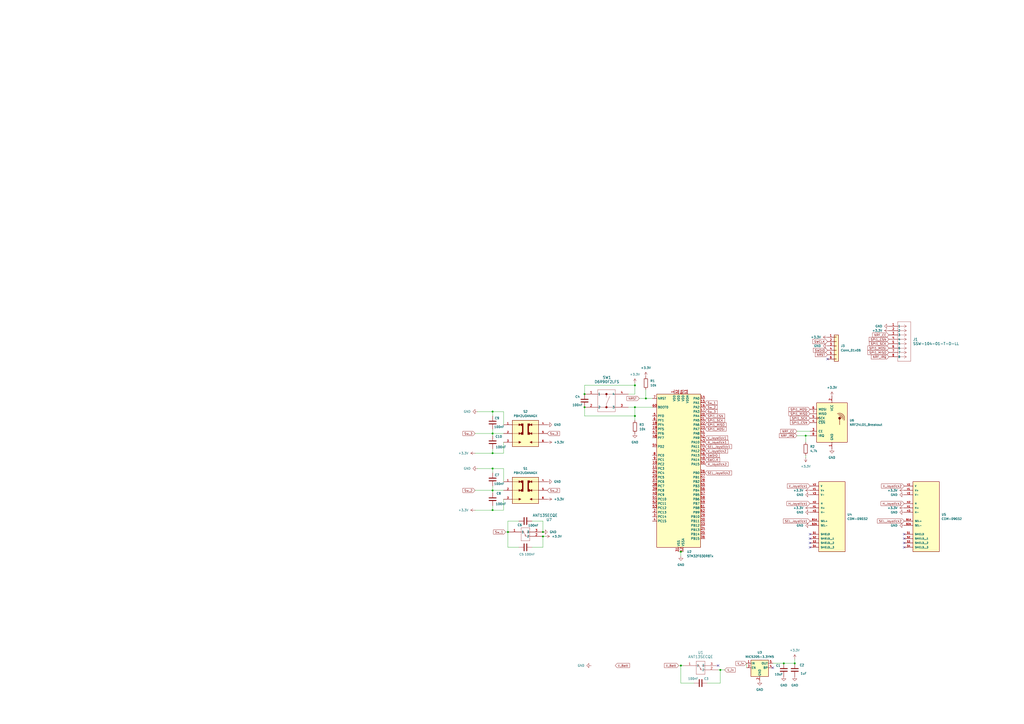
<source format=kicad_sch>
(kicad_sch (version 20231120) (generator "eeschema") (generator_version "8.0")
  (paper "A2")
  (lib_symbols
    (symbol "ANT13SECQE:ANT13SECQE" (pin_names (offset 0.254))
      (property "Reference" "U" (at 10.16 7.62 0))
      (property "Value" "ANT13SECQE" (at 10.16 5.08 0))
      (symbol "ANT13SECQE_0_1"
        (polyline (pts (xy 7.62 -5.08) (xy 12.7 -5.08)) (stroke (width 0.127)))
        (polyline (pts (xy 7.62 0) (xy 8.5725 0)) (stroke (width 0.127)))
        (polyline (pts (xy 7.62 2.54) (xy 7.62 -5.08)) (stroke (width 0.127)))
        (polyline (pts (xy 10.16 -2.54) (xy 10.16 -2.2098)) (stroke (width 0.127)))
        (polyline (pts (xy 10.16 -2.54) (xy 12.7 -2.54)) (stroke (width 0.127)))
        (polyline (pts (xy 10.16 -1.905) (xy 8.89 0.635)) (stroke (width 0.127)))
        (polyline (pts (xy 11.7475 0) (xy 12.7 0)) (stroke (width 0.127)))
        (polyline (pts (xy 12.7 -5.08) (xy 12.7 2.54)) (stroke (width 0.127)))
        (polyline (pts (xy 12.7 2.54) (xy 7.62 2.54)) (stroke (width 0.127)))
        (circle (center 8.89 0) (radius 0.3048) (stroke (width 0.127)))
        (circle (center 10.16 -1.905) (radius 0.3048) (stroke (width 0.127)))
        (circle (center 11.43 0) (radius 0.3048) (stroke (width 0.127)))
        (pin unspecified line (at 0 0 0) (length 7.62) (name "1") (number "1"))
        (pin unspecified line (at 20.32 -2.54 180) (length 7.62) (name "2") (number "2"))
        (pin unspecified line (at 20.32 0 180) (length 7.62) (name "3") (number "3"))
      )
    )
    (symbol "COM-09032:COM-09032" (pin_names (offset 1.016))
      (property "Reference" "U" (at -7.62 16.002 0))
      (property "Value" "COM-09032" (at -7.62 -27.94 0))
      (symbol "COM-09032_0_0"
        (rectangle (start -7.62 -25.4) (end 7.62 15.24) (stroke (width 0.254)) (fill (type background)))
        (pin passive line (at -12.7 -7.62 0) (length 5.08) (name "SEL+") (number "B1A"))
        (pin passive line (at -12.7 -10.16 0) (length 5.08) (name "SEL-") (number "B2A"))
        (pin passive line (at -12.7 0 0) (length 5.08) (name "H+") (number "H1"))
        (pin passive line (at -12.7 2.54 0) (length 5.08) (name "H") (number "H2"))
        (pin passive line (at -12.7 -2.54 0) (length 5.08) (name "H-") (number "H3"))
        (pin passive line (at -12.7 -15.24 0) (length 5.08) (name "SHIELD") (number "S1"))
        (pin passive line (at -12.7 -17.78 0) (length 5.08) (name "SHIELD__1") (number "S2"))
        (pin passive line (at -12.7 -20.32 0) (length 5.08) (name "SHIELD__2") (number "S3"))
        (pin passive line (at -12.7 -22.86 0) (length 5.08) (name "SHIELD__3") (number "S4"))
        (pin passive line (at -12.7 10.16 0) (length 5.08) (name "V+") (number "V1"))
        (pin passive line (at -12.7 12.7 0) (length 5.08) (name "V") (number "V2"))
        (pin passive line (at -12.7 7.62 0) (length 5.08) (name "V-") (number "V3"))
      )
    )
    (symbol "Connector_Generic:Conn_01x06" (pin_names (offset 1.016) hide)
      (property "Reference" "J" (at 0 7.62 0))
      (property "Value" "Conn_01x06" (at 0 -10.16 0))
      (symbol "Conn_01x06_1_1"
        (rectangle (start -1.27 -7.493) (end 0 -7.747) (stroke (width 0.1524)))
        (rectangle (start -1.27 -4.953) (end 0 -5.207) (stroke (width 0.1524)))
        (rectangle (start -1.27 -2.413) (end 0 -2.667) (stroke (width 0.1524)))
        (rectangle (start -1.27 0.127) (end 0 -0.127) (stroke (width 0.1524)))
        (rectangle (start -1.27 2.667) (end 0 2.413) (stroke (width 0.1524)))
        (rectangle (start -1.27 5.207) (end 0 4.953) (stroke (width 0.1524)))
        (rectangle (start -1.27 6.35) (end 1.27 -8.89) (stroke (width 0.254)) (fill (type background)))
        (pin passive line (at -5.08 5.08 0) (length 3.81) (name "Pin_1") (number "1"))
        (pin passive line (at -5.08 2.54 0) (length 3.81) (name "Pin_2") (number "2"))
        (pin passive line (at -5.08 0 0) (length 3.81) (name "Pin_3") (number "3"))
        (pin passive line (at -5.08 -2.54 0) (length 3.81) (name "Pin_4") (number "4"))
        (pin passive line (at -5.08 -5.08 0) (length 3.81) (name "Pin_5") (number "5"))
        (pin passive line (at -5.08 -7.62 0) (length 3.81) (name "Pin_6") (number "6"))
      )
    )
    (symbol "D6R90 F2 LFS:D6R90F2LFS" (pin_names (offset 0.254))
      (property "Reference" "SW" (at 13.335 7.62 0))
      (property "Value" "D6R90F2LFS" (at 20.32 5.08 0))
      (symbol "D6R90F2LFS_0_1"
        (polyline (pts (xy 7.62 -10.16) (xy 17.78 -10.16)) (stroke (width 0.127)))
        (polyline (pts (xy 7.62 -7.62) (xy 17.78 -7.62)) (stroke (width 0.127)))
        (polyline (pts (xy 7.62 0) (xy 17.78 0)) (stroke (width 0.127)))
        (polyline (pts (xy 7.62 2.54) (xy 7.62 -10.16)) (stroke (width 0.127)))
        (polyline (pts (xy 12.7 -7.62) (xy 12.7 -5.715)) (stroke (width 0.127)))
        (polyline (pts (xy 12.7 -5.715) (xy 14.605 -1.27)) (stroke (width 0.127)))
        (polyline (pts (xy 12.7 0) (xy 12.7 -1.905)) (stroke (width 0.127)))
        (polyline (pts (xy 17.78 -10.16) (xy 17.78 2.54)) (stroke (width 0.127)))
        (polyline (pts (xy 17.78 2.54) (xy 7.62 2.54)) (stroke (width 0.127)))
        (circle (center 12.7 -7.62) (radius 0.127) (stroke (width 0.508)))
        (circle (center 12.7 0) (radius 0.127) (stroke (width 0.508)))
        (pin unspecified line (at 0 0 0) (length 7.62) (name "1") (number "1"))
        (pin unspecified line (at 0 -7.62 0) (length 7.62) (name "2") (number "2"))
        (pin unspecified line (at 25.4 -7.62 180) (length 7.62) (name "3") (number "3"))
        (pin unspecified line (at 25.4 0 180) (length 7.62) (name "4") (number "4"))
      )
    )
    (symbol "Device:C" (pin_numbers hide) (pin_names (offset 0.254))
      (property "Reference" "C" (at 0.635 2.54 0))
      (property "Value" "C" (at 0.635 -2.54 0))
      (symbol "C_0_1"
        (polyline (pts (xy -2.032 -0.762) (xy 2.032 -0.762)) (stroke (width 0.508)))
        (polyline (pts (xy -2.032 0.762) (xy 2.032 0.762)) (stroke (width 0.508)))
      )
      (symbol "C_1_1"
        (pin passive line (at 0 3.81 270) (length 2.794) (name "~") (number "1"))
        (pin passive line (at 0 -3.81 90) (length 2.794) (name "~") (number "2"))
      )
    )
    (symbol "Device:R" (pin_numbers hide) (pin_names (offset 0))
      (property "Reference" "R" (at 2.032 0 90))
      (property "Value" "R" (at 0 0 90))
      (symbol "R_0_1"
        (rectangle (start -1.016 -2.54) (end 1.016 2.54) (stroke (width 0.254)))
      )
      (symbol "R_1_1"
        (pin passive line (at 0 3.81 270) (length 1.27) (name "~") (number "1"))
        (pin passive line (at 0 -3.81 90) (length 1.27) (name "~") (number "2"))
      )
    )
    (symbol "MCU_ST_STM32F0:STM32F030R8Tx"
      (property "Reference" "U" (at -12.7 46.99 0))
      (property "Value" "STM32F030R8Tx" (at 7.62 46.99 0))
      (symbol "STM32F030R8Tx_0_1"
        (rectangle (start -12.7 -43.18) (end 12.7 45.72) (stroke (width 0.254)) (fill (type background)))
      )
      (symbol "STM32F030R8Tx_1_1"
        (pin power_in line (at -2.54 48.26 270) (length 2.54) (name "VDD") (number "1"))
        (pin bidirectional line (at -15.24 5.08 0) (length 2.54) (name "PC2") (number "10"))
        (pin bidirectional line (at -15.24 2.54 0) (length 2.54) (name "PC3") (number "11"))
        (pin power_in line (at 2.54 -45.72 90) (length 2.54) (name "VSSA") (number "12"))
        (pin power_in line (at 5.08 48.26 270) (length 2.54) (name "VDDA") (number "13"))
        (pin bidirectional line (at 15.24 43.18 180) (length 2.54) (name "PA0") (number "14"))
        (pin bidirectional line (at 15.24 40.64 180) (length 2.54) (name "PA1") (number "15"))
        (pin bidirectional line (at 15.24 38.1 180) (length 2.54) (name "PA2") (number "16"))
        (pin bidirectional line (at 15.24 35.56 180) (length 2.54) (name "PA3") (number "17"))
        (pin bidirectional line (at -15.24 27.94 0) (length 2.54) (name "PF4") (number "18"))
        (pin bidirectional line (at -15.24 25.4 0) (length 2.54) (name "PF5") (number "19"))
        (pin bidirectional line (at -15.24 -22.86 0) (length 2.54) (name "PC13") (number "2"))
        (pin bidirectional line (at 15.24 33.02 180) (length 2.54) (name "PA4") (number "20"))
        (pin bidirectional line (at 15.24 30.48 180) (length 2.54) (name "PA5") (number "21"))
        (pin bidirectional line (at 15.24 27.94 180) (length 2.54) (name "PA6") (number "22"))
        (pin bidirectional line (at 15.24 25.4 180) (length 2.54) (name "PA7") (number "23"))
        (pin bidirectional line (at -15.24 0 0) (length 2.54) (name "PC4") (number "24"))
        (pin bidirectional line (at -15.24 -2.54 0) (length 2.54) (name "PC5") (number "25"))
        (pin bidirectional line (at 15.24 0 180) (length 2.54) (name "PB0") (number "26"))
        (pin bidirectional line (at 15.24 -2.54 180) (length 2.54) (name "PB1") (number "27"))
        (pin bidirectional line (at 15.24 -5.08 180) (length 2.54) (name "PB2") (number "28"))
        (pin bidirectional line (at 15.24 -25.4 180) (length 2.54) (name "PB10") (number "29"))
        (pin bidirectional line (at -15.24 -25.4 0) (length 2.54) (name "PC14") (number "3"))
        (pin bidirectional line (at 15.24 -27.94 180) (length 2.54) (name "PB11") (number "30"))
        (pin power_in line (at 0 -45.72 90) (length 2.54) (name "VSS") (number "31"))
        (pin power_in line (at 0 48.26 270) (length 2.54) (name "VDD") (number "32"))
        (pin bidirectional line (at 15.24 -30.48 180) (length 2.54) (name "PB12") (number "33"))
        (pin bidirectional line (at 15.24 -33.02 180) (length 2.54) (name "PB13") (number "34"))
        (pin bidirectional line (at 15.24 -35.56 180) (length 2.54) (name "PB14") (number "35"))
        (pin bidirectional line (at 15.24 -38.1 180) (length 2.54) (name "PB15") (number "36"))
        (pin bidirectional line (at -15.24 -5.08 0) (length 2.54) (name "PC6") (number "37"))
        (pin bidirectional line (at -15.24 -7.62 0) (length 2.54) (name "PC7") (number "38"))
        (pin bidirectional line (at -15.24 -10.16 0) (length 2.54) (name "PC8") (number "39"))
        (pin bidirectional line (at -15.24 -27.94 0) (length 2.54) (name "PC15") (number "4"))
        (pin bidirectional line (at -15.24 -12.7 0) (length 2.54) (name "PC9") (number "40"))
        (pin bidirectional line (at 15.24 22.86 180) (length 2.54) (name "PA8") (number "41"))
        (pin bidirectional line (at 15.24 20.32 180) (length 2.54) (name "PA9") (number "42"))
        (pin bidirectional line (at 15.24 17.78 180) (length 2.54) (name "PA10") (number "43"))
        (pin bidirectional line (at 15.24 15.24 180) (length 2.54) (name "PA11") (number "44"))
        (pin bidirectional line (at 15.24 12.7 180) (length 2.54) (name "PA12") (number "45"))
        (pin bidirectional line (at 15.24 10.16 180) (length 2.54) (name "PA13") (number "46"))
        (pin bidirectional line (at -15.24 22.86 0) (length 2.54) (name "PF6") (number "47"))
        (pin bidirectional line (at -15.24 20.32 0) (length 2.54) (name "PF7") (number "48"))
        (pin bidirectional line (at 15.24 7.62 180) (length 2.54) (name "PA14") (number "49"))
        (pin bidirectional line (at -15.24 33.02 0) (length 2.54) (name "PF0") (number "5"))
        (pin bidirectional line (at 15.24 5.08 180) (length 2.54) (name "PA15") (number "50"))
        (pin bidirectional line (at -15.24 -15.24 0) (length 2.54) (name "PC10") (number "51"))
        (pin bidirectional line (at -15.24 -17.78 0) (length 2.54) (name "PC11") (number "52"))
        (pin bidirectional line (at -15.24 -20.32 0) (length 2.54) (name "PC12") (number "53"))
        (pin bidirectional line (at -15.24 15.24 0) (length 2.54) (name "PD2") (number "54"))
        (pin bidirectional line (at 15.24 -7.62 180) (length 2.54) (name "PB3") (number "55"))
        (pin bidirectional line (at 15.24 -10.16 180) (length 2.54) (name "PB4") (number "56"))
        (pin bidirectional line (at 15.24 -12.7 180) (length 2.54) (name "PB5") (number "57"))
        (pin bidirectional line (at 15.24 -15.24 180) (length 2.54) (name "PB6") (number "58"))
        (pin bidirectional line (at 15.24 -17.78 180) (length 2.54) (name "PB7") (number "59"))
        (pin bidirectional line (at -15.24 30.48 0) (length 2.54) (name "PF1") (number "6"))
        (pin input line (at -15.24 38.1 0) (length 2.54) (name "BOOT0") (number "60"))
        (pin bidirectional line (at 15.24 -20.32 180) (length 2.54) (name "PB8") (number "61"))
        (pin bidirectional line (at 15.24 -22.86 180) (length 2.54) (name "PB9") (number "62"))
        (pin passive line (at 0 -45.72 90) (length 2.54) hide (name "VSS") (number "63"))
        (pin power_in line (at 2.54 48.26 270) (length 2.54) (name "VDD") (number "64"))
        (pin input line (at -15.24 43.18 0) (length 2.54) (name "NRST") (number "7"))
        (pin bidirectional line (at -15.24 10.16 0) (length 2.54) (name "PC0") (number "8"))
        (pin bidirectional line (at -15.24 7.62 0) (length 2.54) (name "PC1") (number "9"))
      )
    )
    (symbol "PBH2UOANAGX:PBH2UOANAGX" (pin_names (offset 1.016))
      (property "Reference" "S" (at -7.62 8.89 0))
      (property "Value" "PBH2UOANAGX" (at -7.62 -8.89 0))
      (symbol "PBH2UOANAGX_0_0"
        (rectangle (start -7.62 -7.62) (end 7.62 7.62) (stroke (width 0.254)) (fill (type background)))
        (polyline (pts (xy -7.62 -5.08) (xy -3.81 -5.08)) (stroke (width 0.1524)))
        (polyline (pts (xy -7.62 0) (xy -3.81 0)) (stroke (width 0.1524)))
        (polyline (pts (xy -7.62 5.08) (xy -3.81 5.08)) (stroke (width 0.1524)))
        (polyline (pts (xy 7.62 -5.08) (xy 3.81 -5.08)) (stroke (width 0.1524)))
        (polyline (pts (xy 7.62 0) (xy 3.81 0)) (stroke (width 0.1524)))
        (polyline (pts (xy 7.62 5.08) (xy 3.81 5.08)) (stroke (width 0.1524)))
        (polyline (pts (xy -3.81 -4.445) (xy -3.81 -5.715) (xy -2.54 -5.08) (xy -3.81 -4.445)) (stroke (width 0.1524)) (fill (type outline)))
        (polyline (pts (xy -3.81 0.635) (xy -3.81 -0.635) (xy -2.54 0) (xy -3.81 0.635)) (stroke (width 0.1524)) (fill (type outline)))
        (polyline (pts (xy -3.81 5.715) (xy -3.81 4.445) (xy -2.54 5.08) (xy -3.81 5.715)) (stroke (width 0.1524)) (fill (type outline)))
        (polyline (pts (xy 3.81 -5.715) (xy 3.81 -4.445) (xy 2.54 -5.08) (xy 3.81 -5.715)) (stroke (width 0.1524)) (fill (type outline)))
        (polyline (pts (xy 3.81 -0.635) (xy 3.81 0.635) (xy 2.54 0) (xy 3.81 -0.635)) (stroke (width 0.1524)) (fill (type outline)))
        (polyline (pts (xy 3.81 4.445) (xy 3.81 5.715) (xy 2.54 5.08) (xy 3.81 4.445)) (stroke (width 0.1524)) (fill (type outline)))
        (polyline (pts (xy -2.54 4.445) (xy -2.54 5.715) (xy -1.27 5.715) (xy -1.27 -0.635) (xy -2.54 -0.635) (xy -2.54 0.635) (xy -1.905 0.635) (xy -1.905 4.445) (xy -2.54 4.445)) (stroke (width 0.1524)) (fill (type outline)))
        (polyline (pts (xy 2.54 0.635) (xy 2.54 -0.635) (xy 1.27 -0.635) (xy 1.27 5.715) (xy 2.54 5.715) (xy 2.54 4.445) (xy 1.905 4.445) (xy 1.905 0.635) (xy 2.54 0.635)) (stroke (width 0.1524)) (fill (type outline)))
        (pin passive line (at -12.7 5.08 0) (length 5.08) (name "~") (number "1"))
        (pin passive line (at -12.7 0 0) (length 5.08) (name "~") (number "2"))
        (pin passive line (at -12.7 -5.08 0) (length 5.08) (name "~") (number "3"))
        (pin passive line (at 12.7 5.08 180) (length 5.08) (name "~") (number "4"))
        (pin passive line (at 12.7 0 180) (length 5.08) (name "~") (number "5"))
        (pin passive line (at 12.7 -5.08 180) (length 5.08) (name "~") (number "6"))
      )
    )
    (symbol "RF:NRF24L01_Breakout" (pin_names (offset 1.016))
      (property "Reference" "U" (at -8.89 12.7 0))
      (property "Value" "NRF24L01_Breakout" (at 3.81 12.7 0))
      (symbol "NRF24L01_Breakout_0_1"
        (rectangle (start -8.89 11.43) (end 8.89 -11.43) (stroke (width 0.254)) (fill (type background)))
        (polyline (pts (xy 4.445 1.905) (xy 4.445 -1.27)) (stroke (width 0.254)))
        (circle (center 4.445 2.54) (radius 0.635) (stroke (width 0.254)) (fill (type outline)))
        (arc (start 5.715 2.54) (mid 5.3521 3.4546) (end 4.445 3.81) (stroke (width 0.254)))
        (arc (start 6.35 1.905) (mid 5.8763 3.9854) (end 3.81 4.445) (stroke (width 0.254)))
        (arc (start 6.985 1.27) (mid 6.453 4.548) (end 3.175 5.08) (stroke (width 0.254)))
      )
      (symbol "NRF24L01_Breakout_1_1"
        (pin power_in line (at 0 -15.24 90) (length 3.81) (name "GND") (number "1"))
        (pin power_in line (at 0 15.24 270) (length 3.81) (name "VCC") (number "2"))
        (pin input line (at -12.7 -5.08 0) (length 3.81) (name "CE") (number "3"))
        (pin input line (at -12.7 0 0) (length 3.81) (name "~{CSN}") (number "4"))
        (pin input clock (at -12.7 2.54 0) (length 3.81) (name "SCK") (number "5"))
        (pin input line (at -12.7 7.62 0) (length 3.81) (name "MOSI") (number "6"))
        (pin output line (at -12.7 5.08 0) (length 3.81) (name "MISO") (number "7"))
        (pin output line (at -12.7 -7.62 0) (length 3.81) (name "IRQ") (number "8"))
      )
    )
    (symbol "Regulator_Linear:MIC5205-3.3YM5" (pin_names (offset 0.254))
      (property "Reference" "U" (at -3.81 5.715 0))
      (property "Value" "MIC5205-3.3YM5" (at 0 5.715 0))
      (symbol "MIC5205-3.3YM5_0_1"
        (rectangle (start -5.08 4.445) (end 5.08 -5.08) (stroke (width 0.254)) (fill (type background)))
      )
      (symbol "MIC5205-3.3YM5_1_1"
        (pin power_in line (at -7.62 2.54 0) (length 2.54) (name "IN") (number "1"))
        (pin power_in line (at 0 -7.62 90) (length 2.54) (name "GND") (number "2"))
        (pin input line (at -7.62 0 0) (length 2.54) (name "EN") (number "3"))
        (pin input line (at 7.62 0 180) (length 2.54) (name "BP") (number "4"))
        (pin power_out line (at 7.62 2.54 180) (length 2.54) (name "OUT") (number "5"))
      )
    )
    (symbol "SSW_104_01_T_D_LL:SSW-104-01-T-D-LL" (pin_names (offset 0.254))
      (property "Reference" "J" (at 8.89 6.35 0))
      (property "Value" "SSW-104-01-T-D-LL" (at 0 0 0))
      (symbol "SSW-104-01-T-D-LL_1_1"
        (polyline (pts (xy 5.08 -20.32) (xy 12.7 -20.32)) (stroke (width 0.127)))
        (polyline (pts (xy 5.08 2.54) (xy 5.08 -20.32)) (stroke (width 0.127)))
        (polyline (pts (xy 10.16 -17.78) (xy 5.08 -17.78)) (stroke (width 0.127)))
        (polyline (pts (xy 10.16 -17.78) (xy 8.89 -18.6267)) (stroke (width 0.127)))
        (polyline (pts (xy 10.16 -17.78) (xy 8.89 -16.9333)) (stroke (width 0.127)))
        (polyline (pts (xy 10.16 -15.24) (xy 5.08 -15.24)) (stroke (width 0.127)))
        (polyline (pts (xy 10.16 -15.24) (xy 8.89 -16.0867)) (stroke (width 0.127)))
        (polyline (pts (xy 10.16 -15.24) (xy 8.89 -14.3933)) (stroke (width 0.127)))
        (polyline (pts (xy 10.16 -12.7) (xy 5.08 -12.7)) (stroke (width 0.127)))
        (polyline (pts (xy 10.16 -12.7) (xy 8.89 -13.5467)) (stroke (width 0.127)))
        (polyline (pts (xy 10.16 -12.7) (xy 8.89 -11.8533)) (stroke (width 0.127)))
        (polyline (pts (xy 10.16 -10.16) (xy 5.08 -10.16)) (stroke (width 0.127)))
        (polyline (pts (xy 10.16 -10.16) (xy 8.89 -11.0067)) (stroke (width 0.127)))
        (polyline (pts (xy 10.16 -10.16) (xy 8.89 -9.3133)) (stroke (width 0.127)))
        (polyline (pts (xy 10.16 -7.62) (xy 5.08 -7.62)) (stroke (width 0.127)))
        (polyline (pts (xy 10.16 -7.62) (xy 8.89 -8.4667)) (stroke (width 0.127)))
        (polyline (pts (xy 10.16 -7.62) (xy 8.89 -6.7733)) (stroke (width 0.127)))
        (polyline (pts (xy 10.16 -5.08) (xy 5.08 -5.08)) (stroke (width 0.127)))
        (polyline (pts (xy 10.16 -5.08) (xy 8.89 -5.9267)) (stroke (width 0.127)))
        (polyline (pts (xy 10.16 -5.08) (xy 8.89 -4.2333)) (stroke (width 0.127)))
        (polyline (pts (xy 10.16 -2.54) (xy 5.08 -2.54)) (stroke (width 0.127)))
        (polyline (pts (xy 10.16 -2.54) (xy 8.89 -3.3867)) (stroke (width 0.127)))
        (polyline (pts (xy 10.16 -2.54) (xy 8.89 -1.6933)) (stroke (width 0.127)))
        (polyline (pts (xy 10.16 0) (xy 5.08 0)) (stroke (width 0.127)))
        (polyline (pts (xy 10.16 0) (xy 8.89 -0.8467)) (stroke (width 0.127)))
        (polyline (pts (xy 10.16 0) (xy 8.89 0.8467)) (stroke (width 0.127)))
        (polyline (pts (xy 12.7 -20.32) (xy 12.7 2.54)) (stroke (width 0.127)))
        (polyline (pts (xy 12.7 2.54) (xy 5.08 2.54)) (stroke (width 0.127)))
        (pin unspecified line (at 0 0 0) (length 5.08) (name "1") (number "1"))
        (pin unspecified line (at 0 -2.54 0) (length 5.08) (name "2") (number "2"))
        (pin unspecified line (at 0 -5.08 0) (length 5.08) (name "3") (number "3"))
        (pin unspecified line (at 0 -7.62 0) (length 5.08) (name "4") (number "4"))
        (pin unspecified line (at 0 -10.16 0) (length 5.08) (name "5") (number "5"))
        (pin unspecified line (at 0 -12.7 0) (length 5.08) (name "6") (number "6"))
        (pin unspecified line (at 0 -15.24 0) (length 5.08) (name "7") (number "7"))
        (pin unspecified line (at 0 -17.78 0) (length 5.08) (name "8") (number "8"))
      )
      (symbol "SSW-104-01-T-D-LL_1_2"
        (polyline (pts (xy 5.08 -20.32) (xy 12.7 -20.32)) (stroke (width 0.127)))
        (polyline (pts (xy 5.08 2.54) (xy 5.08 -20.32)) (stroke (width 0.127)))
        (polyline (pts (xy 7.62 -17.78) (xy 5.08 -17.78)) (stroke (width 0.127)))
        (polyline (pts (xy 7.62 -17.78) (xy 8.89 -18.6267)) (stroke (width 0.127)))
        (polyline (pts (xy 7.62 -17.78) (xy 8.89 -16.9333)) (stroke (width 0.127)))
        (polyline (pts (xy 7.62 -15.24) (xy 5.08 -15.24)) (stroke (width 0.127)))
        (polyline (pts (xy 7.62 -15.24) (xy 8.89 -16.0867)) (stroke (width 0.127)))
        (polyline (pts (xy 7.62 -15.24) (xy 8.89 -14.3933)) (stroke (width 0.127)))
        (polyline (pts (xy 7.62 -12.7) (xy 5.08 -12.7)) (stroke (width 0.127)))
        (polyline (pts (xy 7.62 -12.7) (xy 8.89 -13.5467)) (stroke (width 0.127)))
        (polyline (pts (xy 7.62 -12.7) (xy 8.89 -11.8533)) (stroke (width 0.127)))
        (polyline (pts (xy 7.62 -10.16) (xy 5.08 -10.16)) (stroke (width 0.127)))
        (polyline (pts (xy 7.62 -10.16) (xy 8.89 -11.0067)) (stroke (width 0.127)))
        (polyline (pts (xy 7.62 -10.16) (xy 8.89 -9.3133)) (stroke (width 0.127)))
        (polyline (pts (xy 7.62 -7.62) (xy 5.08 -7.62)) (stroke (width 0.127)))
        (polyline (pts (xy 7.62 -7.62) (xy 8.89 -8.4667)) (stroke (width 0.127)))
        (polyline (pts (xy 7.62 -7.62) (xy 8.89 -6.7733)) (stroke (width 0.127)))
        (polyline (pts (xy 7.62 -5.08) (xy 5.08 -5.08)) (stroke (width 0.127)))
        (polyline (pts (xy 7.62 -5.08) (xy 8.89 -5.9267)) (stroke (width 0.127)))
        (polyline (pts (xy 7.62 -5.08) (xy 8.89 -4.2333)) (stroke (width 0.127)))
        (polyline (pts (xy 7.62 -2.54) (xy 5.08 -2.54)) (stroke (width 0.127)))
        (polyline (pts (xy 7.62 -2.54) (xy 8.89 -3.3867)) (stroke (width 0.127)))
        (polyline (pts (xy 7.62 -2.54) (xy 8.89 -1.6933)) (stroke (width 0.127)))
        (polyline (pts (xy 7.62 0) (xy 5.08 0)) (stroke (width 0.127)))
        (polyline (pts (xy 7.62 0) (xy 8.89 -0.8467)) (stroke (width 0.127)))
        (polyline (pts (xy 7.62 0) (xy 8.89 0.8467)) (stroke (width 0.127)))
        (polyline (pts (xy 12.7 -20.32) (xy 12.7 2.54)) (stroke (width 0.127)))
        (polyline (pts (xy 12.7 2.54) (xy 5.08 2.54)) (stroke (width 0.127)))
        (pin unspecified line (at 0 0 0) (length 5.08) (name "1") (number "1"))
        (pin unspecified line (at 0 -2.54 0) (length 5.08) (name "2") (number "2"))
        (pin unspecified line (at 0 -5.08 0) (length 5.08) (name "3") (number "3"))
        (pin unspecified line (at 0 -7.62 0) (length 5.08) (name "4") (number "4"))
        (pin unspecified line (at 0 -10.16 0) (length 5.08) (name "5") (number "5"))
        (pin unspecified line (at 0 -12.7 0) (length 5.08) (name "6") (number "6"))
        (pin unspecified line (at 0 -15.24 0) (length 5.08) (name "7") (number "7"))
        (pin unspecified line (at 0 -17.78 0) (length 5.08) (name "8") (number "8"))
      )
    )
    (symbol "power:+3.3V" (power) (pin_numbers hide) (pin_names (offset 0) hide)
      (property "Value" "+3.3V" (at 0 3.556 0))
      (symbol "+3.3V_0_1"
        (polyline (pts (xy -0.762 1.27) (xy 0 2.54)))
        (polyline (pts (xy 0 0) (xy 0 2.54)))
        (polyline (pts (xy 0 2.54) (xy 0.762 1.27)))
      )
      (symbol "+3.3V_1_1"
        (pin power_in line (at 0 0 90) (length 0) (name "~") (number "1"))
      )
    )
    (symbol "power:GND" (power) (pin_numbers hide) (pin_names (offset 0) hide)
      (property "Value" "GND" (at 0 -3.81 0))
      (symbol "GND_0_1"
        (polyline (pts (xy 0 0) (xy 0 -1.27) (xy 1.27 -1.27) (xy 0 -2.54) (xy -1.27 -1.27) (xy 0 -1.27)))
      )
      (symbol "GND_1_1"
        (pin power_in line (at 0 0 270) (length 0) (name "~") (number "1"))
      )
    )
  )
  (junction (at 285.75 238.76))
  (junction (at 368.3 236.22))
  (junction (at 285.75 251.46))
  (junction (at 454.66 384.81))
  (junction (at 417.83 388.62))
  (junction (at 461.01 384.81))
  (junction (at 339.09 236.22))
  (junction (at 368.3 241.3))
  (junction (at 294.64 308.61))
  (junction (at 394.97 320.04))
  (junction (at 314.96 308.61))
  (junction (at 314.96 311.15))
  (junction (at 285.75 284.48))
  (junction (at 394.97 386.08))
  (junction (at 339.09 228.6))
  (junction (at 285.75 262.89))
  (junction (at 285.75 295.91))
  (junction (at 368.3 223.52))
  (junction (at 467.36 252.73))
  (junction (at 285.75 271.78))
  (junction (at 374.65 231.14))
  (no_connect (at 480.06 208.28))
  (no_connect (at 469.9 314.96))
  (no_connect (at 469.9 309.88))
  (no_connect (at 416.56 386.08))
  (no_connect (at 524.51 309.88))
  (no_connect (at 524.51 314.96))
  (no_connect (at 448.31 387.35))
  (no_connect (at 469.9 317.5))
  (no_connect (at 469.9 312.42))
  (no_connect (at 524.51 312.42))
  (no_connect (at 524.51 317.5))
  (wire (pts (xy 461.01 382.27) (xy 461.01 384.81)))
  (wire (pts (xy 285.75 271.78) (xy 292.1 271.78)))
  (wire (pts (xy 314.96 311.15) (xy 316.23 311.15)))
  (wire (pts (xy 368.3 223.52) (xy 368.3 228.6)))
  (wire (pts (xy 394.97 320.04) (xy 394.97 322.58)))
  (wire (pts (xy 308.61 302.26) (xy 314.96 302.26)))
  (wire (pts (xy 462.28 250.19) (xy 469.9 250.19)))
  (wire (pts (xy 285.75 295.91) (xy 292.1 295.91)))
  (wire (pts (xy 292.1 271.78) (xy 292.1 279.4)))
  (wire (pts (xy 417.83 396.24) (xy 417.83 388.62)))
  (wire (pts (xy 339.09 228.6) (xy 339.09 223.52)))
  (wire (pts (xy 467.36 252.73) (xy 467.36 256.54)))
  (wire (pts (xy 275.59 251.46) (xy 285.75 251.46)))
  (wire (pts (xy 314.96 302.26) (xy 314.96 308.61)))
  (wire (pts (xy 314.96 317.5) (xy 314.96 311.15)))
  (wire (pts (xy 294.64 302.26) (xy 294.64 308.61)))
  (wire (pts (xy 420.37 388.62) (xy 417.83 388.62)))
  (wire (pts (xy 285.75 293.37) (xy 285.75 295.91)))
  (wire (pts (xy 402.59 396.24) (xy 394.97 396.24)))
  (wire (pts (xy 339.09 241.3) (xy 368.3 241.3)))
  (wire (pts (xy 300.99 302.26) (xy 294.64 302.26)))
  (wire (pts (xy 368.3 236.22) (xy 368.3 241.3)))
  (wire (pts (xy 276.86 238.76) (xy 285.75 238.76)))
  (wire (pts (xy 378.46 231.14) (xy 374.65 231.14)))
  (wire (pts (xy 394.97 386.08) (xy 396.24 386.08)))
  (wire (pts (xy 308.61 317.5) (xy 314.96 317.5)))
  (wire (pts (xy 393.7 320.04) (xy 394.97 320.04)))
  (wire (pts (xy 285.75 284.48) (xy 292.1 284.48)))
  (wire (pts (xy 433.07 384.81) (xy 433.07 387.35)))
  (wire (pts (xy 275.59 295.91) (xy 285.75 295.91)))
  (wire (pts (xy 368.3 222.25) (xy 368.3 223.52)))
  (wire (pts (xy 292.1 262.89) (xy 292.1 256.54)))
  (wire (pts (xy 410.21 396.24) (xy 417.83 396.24)))
  (wire (pts (xy 394.97 396.24) (xy 394.97 386.08)))
  (wire (pts (xy 393.7 386.08) (xy 394.97 386.08)))
  (wire (pts (xy 462.28 252.73) (xy 467.36 252.73)))
  (wire (pts (xy 285.75 260.35) (xy 285.75 262.89)))
  (wire (pts (xy 275.59 284.48) (xy 285.75 284.48)))
  (wire (pts (xy 454.66 384.81) (xy 461.01 384.81)))
  (wire (pts (xy 448.31 384.81) (xy 454.66 384.81)))
  (wire (pts (xy 285.75 284.48) (xy 285.75 285.75)))
  (wire (pts (xy 339.09 223.52) (xy 368.3 223.52)))
  (wire (pts (xy 339.09 236.22) (xy 339.09 241.3)))
  (wire (pts (xy 300.99 317.5) (xy 294.64 317.5)))
  (wire (pts (xy 285.75 251.46) (xy 292.1 251.46)))
  (wire (pts (xy 285.75 281.94) (xy 285.75 284.48)))
  (wire (pts (xy 294.64 317.5) (xy 294.64 308.61)))
  (wire (pts (xy 467.36 252.73) (xy 469.9 252.73)))
  (wire (pts (xy 285.75 271.78) (xy 285.75 274.32)))
  (wire (pts (xy 275.59 262.89) (xy 285.75 262.89)))
  (wire (pts (xy 374.65 226.06) (xy 374.65 231.14)))
  (wire (pts (xy 285.75 251.46) (xy 285.75 252.73)))
  (wire (pts (xy 285.75 238.76) (xy 292.1 238.76)))
  (wire (pts (xy 364.49 236.22) (xy 368.3 236.22)))
  (wire (pts (xy 374.65 231.14) (xy 370.84 231.14)))
  (wire (pts (xy 368.3 243.84) (xy 368.3 241.3)))
  (wire (pts (xy 394.97 320.04) (xy 396.24 320.04)))
  (wire (pts (xy 285.75 238.76) (xy 285.75 241.3)))
  (wire (pts (xy 292.1 295.91) (xy 292.1 289.56)))
  (wire (pts (xy 417.83 388.62) (xy 416.56 388.62)))
  (wire (pts (xy 378.46 236.22) (xy 368.3 236.22)))
  (wire (pts (xy 285.75 262.89) (xy 292.1 262.89)))
  (wire (pts (xy 368.3 228.6) (xy 364.49 228.6)))
  (wire (pts (xy 467.36 264.16) (xy 467.36 265.43)))
  (wire (pts (xy 276.86 271.78) (xy 285.75 271.78)))
  (wire (pts (xy 285.75 248.92) (xy 285.75 251.46)))
  (wire (pts (xy 293.37 308.61) (xy 294.64 308.61)))
  (wire (pts (xy 292.1 238.76) (xy 292.1 246.38)))
  (global_label "NRF_CE" (shape input) (at 515.62 194.31 180) (property "Intersheetrefs" "${INTERSHEET_REFS}" (effects (hide yes))))
  (global_label "SPI1_MISO" (shape input) (at 408.94 246.38 0) (property "Intersheetrefs" "${INTERSHEET_REFS}" (effects (hide yes))))
  (global_label "SPI1_MOSI" (shape input) (at 469.9 237.49 180) (property "Intersheetrefs" "${INTERSHEET_REFS}" (effects (hide yes))))
  (global_label "Sw_1" (shape input) (at 293.37 308.61 180) (property "Intersheetrefs" "${INTERSHEET_REFS}" (effects (hide yes))))
  (global_label "SWCLK" (shape input) (at 408.94 266.7 0) (property "Intersheetrefs" "${INTERSHEET_REFS}" (effects (hide yes))))
  (global_label "SPI1_CSN" (shape input) (at 408.94 241.3 0) (property "Intersheetrefs" "${INTERSHEET_REFS}" (effects (hide yes))))
  (global_label "SPI1_MISO" (shape input) (at 515.62 204.47 180) (property "Intersheetrefs" "${INTERSHEET_REFS}" (effects (hide yes))))
  (global_label "H_Joystick1" (shape input) (at 408.94 256.54 0) (property "Intersheetrefs" "${INTERSHEET_REFS}" (effects (hide yes))))
  (global_label "NRF_CE" (shape input) (at 462.28 250.19 180) (property "Intersheetrefs" "${INTERSHEET_REFS}" (effects (hide yes))))
  (global_label "SPI1_MISO" (shape input) (at 469.9 240.03 180) (property "Intersheetrefs" "${INTERSHEET_REFS}" (effects (hide yes))))
  (global_label "SPI1_SCK" (shape input) (at 469.9 242.57 180) (property "Intersheetrefs" "${INTERSHEET_REFS}" (effects (hide yes))))
  (global_label "H_Joystick2" (shape input) (at 524.51 292.1 180) (property "Intersheetrefs" "${INTERSHEET_REFS}" (effects (hide yes))))
  (global_label "H_Joystick2" (shape input) (at 408.94 269.24 0) (property "Intersheetrefs" "${INTERSHEET_REFS}" (effects (hide yes))))
  (global_label "SWDIO" (shape input) (at 480.06 203.2 180) (property "Intersheetrefs" "${INTERSHEET_REFS}" (effects (hide yes))))
  (global_label "SPI1_CSN" (shape input) (at 515.62 196.85 180) (property "Intersheetrefs" "${INTERSHEET_REFS}" (effects (hide yes))))
  (global_label "V_Joystick2" (shape input) (at 408.94 261.62 0) (property "Intersheetrefs" "${INTERSHEET_REFS}" (effects (hide yes))))
  (global_label "SWDIO" (shape input) (at 408.94 264.16 0) (property "Intersheetrefs" "${INTERSHEET_REFS}" (effects (hide yes))))
  (global_label "SEL_Joystick1" (shape input) (at 469.9 302.26 180) (property "Intersheetrefs" "${INTERSHEET_REFS}" (effects (hide yes))))
  (global_label "SEL_Joystick2" (shape input) (at 524.51 302.26 180) (property "Intersheetrefs" "${INTERSHEET_REFS}" (effects (hide yes))))
  (global_label "V_Joystick2" (shape input) (at 524.51 281.94 180) (property "Intersheetrefs" "${INTERSHEET_REFS}" (effects (hide yes))))
  (global_label "Sw_3" (shape input) (at 275.59 251.46 180) (property "Intersheetrefs" "${INTERSHEET_REFS}" (effects (hide yes))))
  (global_label "NRF_IRQ" (shape input) (at 515.62 207.01 180) (property "Intersheetrefs" "${INTERSHEET_REFS}" (effects (hide yes))))
  (global_label "NRF_IRQ" (shape input) (at 462.28 252.73 180) (property "Intersheetrefs" "${INTERSHEET_REFS}" (effects (hide yes))))
  (global_label "SEL_Joystick1" (shape input) (at 408.94 259.08 0) (property "Intersheetrefs" "${INTERSHEET_REFS}" (effects (hide yes))))
  (global_label "SPI1_SCK" (shape input) (at 408.94 243.84 0) (property "Intersheetrefs" "${INTERSHEET_REFS}" (effects (hide yes))))
  (global_label "SPI1_MOSI" (shape input) (at 515.62 201.93 180) (property "Intersheetrefs" "${INTERSHEET_REFS}" (effects (hide yes))))
  (global_label "SPI1_MOSI" (shape input) (at 408.94 248.92 0) (property "Intersheetrefs" "${INTERSHEET_REFS}" (effects (hide yes))))
  (global_label "Sw_2" (shape input) (at 408.94 236.22 0) (property "Intersheetrefs" "${INTERSHEET_REFS}" (effects (hide yes))))
  (global_label "SPI1_CSN" (shape input) (at 469.9 245.11 180) (property "Intersheetrefs" "${INTERSHEET_REFS}" (effects (hide yes))))
  (global_label "V_Batt" (shape input) (at 393.7 386.08 180) (property "Intersheetrefs" "${INTERSHEET_REFS}" (effects (hide yes))))
  (global_label "NRST" (shape input) (at 480.06 205.74 180) (property "Intersheetrefs" "${INTERSHEET_REFS}" (effects (hide yes))))
  (global_label "SPI1_SCK" (shape input) (at 515.62 199.39 180) (property "Intersheetrefs" "${INTERSHEET_REFS}" (effects (hide yes))))
  (global_label "Sw_1" (shape input) (at 408.94 233.68 0) (property "Intersheetrefs" "${INTERSHEET_REFS}" (effects (hide yes))))
  (global_label "V_in" (shape input) (at 433.07 384.81 180) (property "Intersheetrefs" "${INTERSHEET_REFS}" (effects (hide yes))))
  (global_label "SEL_Joystick2" (shape input) (at 408.94 274.32 0) (property "Intersheetrefs" "${INTERSHEET_REFS}" (effects (hide yes))))
  (global_label "V_in" (shape input) (at 420.37 388.62 0) (property "Intersheetrefs" "${INTERSHEET_REFS}" (effects (hide yes))))
  (global_label "H_Joystick1" (shape input) (at 469.9 292.1 180) (property "Intersheetrefs" "${INTERSHEET_REFS}" (effects (hide yes))))
  (global_label "Sw_2" (shape input) (at 317.5 284.48 0) (property "Intersheetrefs" "${INTERSHEET_REFS}" (effects (hide yes))))
  (global_label "V_Batt" (shape input) (at 356.87 386.08 0) (property "Intersheetrefs" "${INTERSHEET_REFS}" (effects (hide yes))))
  (global_label "Sw_3" (shape input) (at 317.5 251.46 0) (property "Intersheetrefs" "${INTERSHEET_REFS}" (effects (hide yes))))
  (global_label "Sw_3" (shape input) (at 408.94 238.76 0) (property "Intersheetrefs" "${INTERSHEET_REFS}" (effects (hide yes))))
  (global_label "SWCLK" (shape input) (at 480.06 198.12 180) (property "Intersheetrefs" "${INTERSHEET_REFS}" (effects (hide yes))))
  (global_label "V_Joystick1" (shape input) (at 469.9 281.94 180) (property "Intersheetrefs" "${INTERSHEET_REFS}" (effects (hide yes))))
  (global_label "V_Joystick1" (shape input) (at 408.94 254 0) (property "Intersheetrefs" "${INTERSHEET_REFS}" (effects (hide yes))))
  (global_label "NRST" (shape input) (at 370.84 231.14 180) (property "Intersheetrefs" "${INTERSHEET_REFS}" (effects (hide yes))))
  (global_label "Sw_2" (shape input) (at 275.59 284.48 180) (property "Intersheetrefs" "${INTERSHEET_REFS}" (effects (hide yes))))
  (symbol (lib_id "power:+3.3V") (at 469.9 284.48 90) (unit 1)
    (property "Reference" "#PWR014" (effects (hide yes)))
    (property "Value" "+3.3V" (at 466.09 284.4799 90) (effects (justify left)))
    (property "Description" "Power symbol creates a global label with name \"+3.3V\"" (effects (hide yes)))
  )
  (symbol (lib_id "Device:C") (at 461.01 388.62 0) (unit 1)
    (property "Reference" "C2" (at 463.804 385.826 0) (effects (justify left)))
    (property "Value" "1uF" (at 464.312 390.652 0) (effects (justify left)))
    (property "Description" "Unpolarized capacitor" (effects (hide yes)))
  )
  (symbol (lib_id "Device:C") (at 304.8 302.26 270) (unit 1)
    (property "Reference" "C6" (at 301.498 304.546 90))
    (property "Value" "100nF" (at 309.372 304.8 90))
    (property "Description" "Unpolarized capacitor" (effects (hide yes)))
  )
  (symbol (lib_id "power:GND") (at 461.01 392.43 0) (unit 1)
    (property "Reference" "#PWR03" (effects (hide yes)))
    (property "Value" "GND" (at 461.01 397.51 0))
    (property "Description" "Power symbol creates a global label with name \"GND\" , ground" (effects (hide yes)))
  )
  (symbol (lib_id "Device:R") (at 374.65 222.25 0) (unit 1)
    (property "Reference" "R1" (at 377.19 220.9799 0) (effects (justify left)))
    (property "Value" "10k" (at 377.19 223.5199 0) (effects (justify left)))
    (property "Description" "Resistor" (effects (hide yes)))
  )
  (symbol (lib_id "power:GND") (at 394.97 322.58 0) (unit 1)
    (property "Reference" "#PWR020" (effects (hide yes)))
    (property "Value" "GND" (at 394.97 327.66 0))
    (property "Description" "Power symbol creates a global label with name \"GND\" , ground" (effects (hide yes)))
  )
  (symbol (lib_id "power:+3.3V") (at 515.62 191.77 90) (unit 1)
    (property "Reference" "#PWR07" (effects (hide yes)))
    (property "Value" "+3.3V" (at 511.81 191.7699 90) (effects (justify left)))
    (property "Description" "Power symbol creates a global label with name \"+3.3V\"" (effects (hide yes)))
  )
  (symbol (lib_id "D6R90 F2 LFS:D6R90F2LFS") (at 339.09 228.6 0) (unit 1)
    (property "Reference" "SW1" (at 352.044 218.948 0) (effects (font (size 1.524 1.524))))
    (property "Value" "D6R90F2LFS" (at 352.044 221.488 0) (effects (font (size 1.524 1.524))))
    (property "Footprint" "D6R90_CNK" (effects (hide yes)))
    (property "Datasheet" "D6R90F2LFS" (effects (hide yes)))
  )
  (symbol (lib_id "power:GND") (at 524.51 304.8 270) (unit 1)
    (property "Reference" "#PWR018" (effects (hide yes)))
    (property "Value" "GND" (at 520.7 304.7999 90) (effects (justify right)))
    (property "Description" "Power symbol creates a global label with name \"GND\" , ground" (effects (hide yes)))
  )
  (symbol (lib_id "Device:C") (at 304.8 317.5 270) (unit 1)
    (property "Reference" "C5" (at 302.514 321.564 90))
    (property "Value" "100nF" (at 307.34 321.564 90))
    (property "Description" "Unpolarized capacitor" (effects (hide yes)))
  )
  (symbol (lib_id "Device:R") (at 467.36 260.35 0) (unit 1)
    (property "Reference" "R2" (at 469.9 259.0799 0) (effects (justify left)))
    (property "Value" "4.7k" (at 469.9 261.6199 0) (effects (justify left)))
    (property "Description" "Resistor" (effects (hide yes)))
  )
  (symbol (lib_id "Device:C") (at 285.75 289.56 0) (unit 1)
    (property "Reference" "C8" (at 289.306 286.258 0))
    (property "Value" "100nF" (at 290.576 292.354 0))
    (property "Description" "Unpolarized capacitor" (effects (hide yes)))
  )
  (symbol (lib_id "power:GND") (at 469.9 304.8 270) (unit 1)
    (property "Reference" "#PWR011" (effects (hide yes)))
    (property "Value" "GND" (at 466.09 304.7999 90) (effects (justify right)))
    (property "Description" "Power symbol creates a global label with name \"GND\" , ground" (effects (hide yes)))
  )
  (symbol (lib_id "power:+3.3V") (at 317.5 256.54 270) (unit 1)
    (property "Reference" "#PWR034" (effects (hide yes)))
    (property "Value" "+3.3V" (at 321.31 256.5399 90) (effects (justify left)))
    (property "Description" "Power symbol creates a global label with name \"+3.3V\"" (effects (hide yes)))
  )
  (symbol (lib_id "RF:NRF24L01_Breakout") (at 482.6 245.11 0) (unit 1)
    (property "Reference" "U6" (at 492.76 243.8399 0) (effects (justify left)))
    (property "Value" "NRF24L01_Breakout" (at 492.76 246.3799 0) (effects (justify left)))
    (property "Footprint" "RF_Module:nRF24L01_Breakout" (effects (hide yes)))
    (property "Datasheet" "http://www.nordicsemi.com/eng/content/download/2730/34105/file/nRF24L01_Product_Specification_v2_0.pdf" (effects (hide yes)))
    (property "Description" "Ultra low power 2.4GHz RF Transceiver, Carrier PCB" (effects (hide yes)))
  )
  (symbol (lib_id "power:GND") (at 524.51 297.18 270) (unit 1)
    (property "Reference" "#PWR017" (effects (hide yes)))
    (property "Value" "GND" (at 520.7 297.1799 90) (effects (justify right)))
    (property "Description" "Power symbol creates a global label with name \"GND\" , ground" (effects (hide yes)))
  )
  (symbol (lib_id "power:GND") (at 342.9 386.08 270) (unit 1)
    (property "Reference" "#PWR08" (effects (hide yes)))
    (property "Value" "GND" (at 339.09 386.0799 90) (effects (justify right)))
    (property "Description" "Power symbol creates a global label with name \"GND\" , ground" (effects (hide yes)))
  )
  (symbol (lib_id "power:+3.3V") (at 524.51 294.64 90) (unit 1)
    (property "Reference" "#PWR016" (effects (hide yes)))
    (property "Value" "+3.3V" (at 520.7 294.6399 90) (effects (justify left)))
    (property "Description" "Power symbol creates a global label with name \"+3.3V\"" (effects (hide yes)))
  )
  (symbol (lib_id "power:GND") (at 482.6 260.35 0) (unit 1)
    (property "Reference" "#PWR019" (effects (hide yes)))
    (property "Value" "GND" (at 482.6 265.43 0))
    (property "Description" "Power symbol creates a global label with name \"GND\" , ground" (effects (hide yes)))
  )
  (symbol (lib_id "power:+3.3V") (at 275.59 262.89 90) (unit 1)
    (property "Reference" "#PWR028" (effects (hide yes)))
    (property "Value" "+3.3V" (at 271.78 262.8899 90) (effects (justify left)))
    (property "Description" "Power symbol creates a global label with name \"+3.3V\"" (effects (hide yes)))
  )
  (symbol (lib_id "Device:C") (at 285.75 278.13 0) (unit 1)
    (property "Reference" "C7" (at 288.29 275.59 0))
    (property "Value" "100nF" (at 289.56 280.67 0))
    (property "Description" "Unpolarized capacitor" (effects (hide yes)))
  )
  (symbol (lib_id "power:GND") (at 469.9 287.02 270) (unit 1)
    (property "Reference" "#PWR09" (effects (hide yes)))
    (property "Value" "GND" (at 466.09 287.0199 90) (effects (justify right)))
    (property "Description" "Power symbol creates a global label with name \"GND\" , ground" (effects (hide yes)))
  )
  (symbol (lib_id "power:+3.3V") (at 317.5 289.56 270) (unit 1)
    (property "Reference" "#PWR032" (effects (hide yes)))
    (property "Value" "+3.3V" (at 321.31 289.5599 90) (effects (justify left)))
    (property "Description" "Power symbol creates a global label with name \"+3.3V\"" (effects (hide yes)))
  )
  (symbol (lib_id "power:GND") (at 524.51 287.02 270) (unit 1)
    (property "Reference" "#PWR015" (effects (hide yes)))
    (property "Value" "GND" (at 520.7 287.0199 90) (effects (justify right)))
    (property "Description" "Power symbol creates a global label with name \"GND\" , ground" (effects (hide yes)))
  )
  (symbol (lib_id "power:GND") (at 515.62 189.23 270) (unit 1)
    (property "Reference" "#PWR05" (effects (hide yes)))
    (property "Value" "GND" (at 511.81 189.2299 90) (effects (justify right)))
    (property "Description" "Power symbol creates a global label with name \"GND\" , ground" (effects (hide yes)))
  )
  (symbol (lib_id "MCU_ST_STM32F0:STM32F030R8Tx") (at 393.7 274.32 0) (unit 1)
    (property "Reference" "U2" (at 398.4341 320.04 0) (effects (justify left)))
    (property "Value" "STM32F030R8Tx" (at 398.4341 322.58 0) (effects (justify left)))
    (property "Footprint" "Package_QFP:LQFP-64_10x10mm_P0.5mm" (effects (hide yes)))
    (property "Datasheet" "https://www.st.com/resource/en/datasheet/stm32f030r8.pdf" (effects (hide yes)))
    (property "Description" "STMicroelectronics Arm Cortex-M0 MCU, 64KB flash, 8KB RAM, 48 MHz, 2.4-3.6V, 55 GPIO, LQFP64" (effects (hide yes)))
  )
  (symbol (lib_id "SSW_104_01_T_D_LL:SSW-104-01-T-D-LL") (at 515.62 189.23 0) (unit 1)
    (property "Reference" "J1" (at 529.59 196.8499 0) (effects (font (size 1.524 1.524)) (justify left)))
    (property "Value" "SSW-104-01-T-D-LL" (at 529.59 199.3899 0) (effects (font (size 1.524 1.524)) (justify left)))
    (property "Footprint" "CON8_2X4_TU_SSQ" (effects (hide yes)))
    (property "Datasheet" "SSW-104-01-T-D-LL" (effects (hide yes)))
  )
  (symbol (lib_id "Device:C") (at 285.75 245.11 0) (unit 1)
    (property "Reference" "C9" (at 288.29 242.57 0))
    (property "Value" "100nF" (at 289.56 247.65 0))
    (property "Description" "Unpolarized capacitor" (effects (hide yes)))
  )
  (symbol (lib_id "power:GND") (at 317.5 279.4 90) (unit 1)
    (property "Reference" "#PWR030" (effects (hide yes)))
    (property "Value" "GND" (at 321.31 279.3999 90) (effects (justify right)))
    (property "Description" "Power symbol creates a global label with name \"GND\" , ground" (effects (hide yes)))
  )
  (symbol (lib_id "Regulator_Linear:MIC5205-3.3YM5") (at 440.69 387.35 0) (unit 1)
    (property "Reference" "U3" (at 440.69 378.46 0))
    (property "Value" "MIC5205-3.3YM5" (at 440.69 381 0))
    (property "Footprint" "Package_TO_SOT_SMD:SOT-23-5" (effects (hide yes)))
    (property "Datasheet" "http://ww1.microchip.com/downloads/en/DeviceDoc/20005785A.pdf" (effects (hide yes)))
    (property "Description" "150mA low dropout linear regulator, fixed 3.3V output, SOT-23-5" (effects (hide yes)))
  )
  (symbol (lib_id "power:+3.3V") (at 374.65 218.44 0) (unit 1)
    (property "Reference" "#PWR021" (effects (hide yes)))
    (property "Value" "+3.3V" (at 374.65 213.36 0))
    (property "Description" "Power symbol creates a global label with name \"+3.3V\"" (effects (hide yes)))
  )
  (symbol (lib_id "power:+3.3V") (at 368.3 222.25 0) (unit 1)
    (property "Reference" "#PWR023" (effects (hide yes)))
    (property "Value" "+3.3V" (at 368.3 217.17 0))
    (property "Description" "Power symbol creates a global label with name \"+3.3V\"" (effects (hide yes)))
  )
  (symbol (lib_id "power:+3.3V") (at 461.01 382.27 0) (unit 1)
    (property "Reference" "#PWR01" (effects (hide yes)))
    (property "Value" "+3.3V" (at 461.01 377.19 0))
    (property "Description" "Power symbol creates a global label with name \"+3.3V\"" (effects (hide yes)))
  )
  (symbol (lib_id "PBH2UOANAGX:PBH2UOANAGX") (at 304.8 284.48 0) (unit 1)
    (property "Reference" "S1" (at 304.8 271.78 0))
    (property "Value" "PBH2UOANAGX" (at 304.8 274.32 0))
    (property "Footprint" "SW_PBH2UOANAGX" (effects (hide yes)))
    (property "PARTREV" "E" (effects (hide yes)))
    (property "SNAPEDA_PN" "PBH2UOANAGX" (effects (hide yes)))
    (property "STANDARD" "Manufacturer Recommendations" (effects (hide yes)))
    (property "MAXIMUM_PACKAGE_HEIGHT" "9.1mm" (effects (hide yes)))
    (property "MANUFACTURER" "E-Switch" (effects (hide yes)))
  )
  (symbol (lib_id "power:+3.3V") (at 524.51 284.48 90) (unit 1)
    (property "Reference" "#PWR012" (effects (hide yes)))
    (property "Value" "+3.3V" (at 520.7 284.4799 90) (effects (justify left)))
    (property "Description" "Power symbol creates a global label with name \"+3.3V\"" (effects (hide yes)))
  )
  (symbol (lib_id "COM-09032:COM-09032") (at 537.21 294.64 0) (unit 1)
    (property "Reference" "U5" (at 546.1 298.4499 0) (effects (justify left)))
    (property "Value" "COM-09032" (at 546.1 300.9899 0) (effects (justify left)))
    (property "Footprint" "XDCR_COM-09032" (effects (hide yes)))
    (property "PARTREV" "N/A" (effects (hide yes)))
    (property "STANDARD" "Manufacturer Recommendations" (effects (hide yes)))
    (property "MAXIMUM_PACKAGE_HEIGHT" "30.1mm" (effects (hide yes)))
    (property "MANUFACTURER" "SparkFun Electronics" (effects (hide yes)))
  )
  (symbol (lib_id "power:GND") (at 314.96 308.61 90) (unit 1)
    (property "Reference" "#PWR026" (effects (hide yes)))
    (property "Value" "GND" (at 318.77 308.6099 90) (effects (justify right)))
    (property "Description" "Power symbol creates a global label with name \"GND\" , ground" (effects (hide yes)))
  )
  (symbol (lib_id "power:GND") (at 276.86 238.76 270) (unit 1)
    (property "Reference" "#PWR027" (effects (hide yes)))
    (property "Value" "GND" (at 273.05 238.7599 90) (effects (justify right)))
    (property "Description" "Power symbol creates a global label with name \"GND\" , ground" (effects (hide yes)))
  )
  (symbol (lib_id "power:GND") (at 440.69 394.97 0) (unit 1)
    (property "Reference" "#PWR04" (effects (hide yes)))
    (property "Value" "GND" (at 440.69 400.05 0))
    (property "Description" "Power symbol creates a global label with name \"GND\" , ground" (effects (hide yes)))
  )
  (symbol (lib_id "power:+3.3V") (at 480.06 195.58 90) (unit 1)
    (property "Reference" "#PWR035" (effects (hide yes)))
    (property "Value" "+3.3V" (at 476.25 195.5799 90) (effects (justify left)))
    (property "Description" "Power symbol creates a global label with name \"+3.3V\"" (effects (hide yes)))
  )
  (symbol (lib_id "power:+3.3V") (at 316.23 311.15 270) (unit 1)
    (property "Reference" "#PWR025" (effects (hide yes)))
    (property "Value" "+3.3V" (at 320.04 311.1499 90) (effects (justify left)))
    (property "Description" "Power symbol creates a global label with name \"+3.3V\"" (effects (hide yes)))
  )
  (symbol (lib_id "Connector_Generic:Conn_01x06") (at 485.14 200.66 0) (unit 1)
    (property "Reference" "J3" (at 487.68 200.6599 0) (effects (justify left)))
    (property "Value" "Conn_01x06" (at 487.68 203.1999 0) (effects (justify left)))
    (property "Description" "Generic connector, single row, 01x06, script generated (kicad-library-utils/schlib/autogen/connector/)" (effects (hide yes)))
  )
  (symbol (lib_id "power:+3.3V") (at 275.59 295.91 90) (unit 1)
    (property "Reference" "#PWR033" (effects (hide yes)))
    (property "Value" "+3.3V" (at 271.78 295.9099 90) (effects (justify left)))
    (property "Description" "Power symbol creates a global label with name \"+3.3V\"" (effects (hide yes)))
  )
  (symbol (lib_id "COM-09032:COM-09032") (at 482.6 294.64 0) (unit 1)
    (property "Reference" "U4" (at 491.49 298.4499 0) (effects (justify left)))
    (property "Value" "COM-09032" (at 491.49 300.9899 0) (effects (justify left)))
    (property "Footprint" "XDCR_COM-09032" (effects (hide yes)))
    (property "PARTREV" "N/A" (effects (hide yes)))
    (property "STANDARD" "Manufacturer Recommendations" (effects (hide yes)))
    (property "MAXIMUM_PACKAGE_HEIGHT" "30.1mm" (effects (hide yes)))
    (property "MANUFACTURER" "SparkFun Electronics" (effects (hide yes)))
  )
  (symbol (lib_id "power:GND") (at 368.3 251.46 0) (unit 1)
    (property "Reference" "#PWR022" (effects (hide yes)))
    (property "Value" "GND" (at 368.3 256.54 0))
    (property "Description" "Power symbol creates a global label with name \"GND\" , ground" (effects (hide yes)))
  )
  (symbol (lib_id "power:GND") (at 454.66 392.43 0) (unit 1)
    (property "Reference" "#PWR02" (effects (hide yes)))
    (property "Value" "GND" (at 454.66 397.51 0))
    (property "Description" "Power symbol creates a global label with name \"GND\" , ground" (effects (hide yes)))
  )
  (symbol (lib_id "power:GND") (at 276.86 271.78 270) (unit 1)
    (property "Reference" "#PWR029" (effects (hide yes)))
    (property "Value" "GND" (at 273.05 271.7799 90) (effects (justify right)))
    (property "Description" "Power symbol creates a global label with name \"GND\" , ground" (effects (hide yes)))
  )
  (symbol (lib_id "power:GND") (at 480.06 200.66 270) (unit 1)
    (property "Reference" "#PWR037" (effects (hide yes)))
    (property "Value" "GND" (at 476.25 200.6599 90) (effects (justify right)))
    (property "Description" "Power symbol creates a global label with name \"GND\" , ground" (effects (hide yes)))
  )
  (symbol (lib_id "Device:R") (at 368.3 247.65 0) (unit 1)
    (property "Reference" "R3" (at 370.84 246.3799 0) (effects (justify left)))
    (property "Value" "10k" (at 370.84 248.9199 0) (effects (justify left)))
    (property "Description" "Resistor" (effects (hide yes)))
  )
  (symbol (lib_id "ANT13SECQE:ANT13SECQE") (at 396.24 386.08 0) (unit 1)
    (property "Reference" "U1" (at 406.4 378.46 0) (effects (font (size 1.524 1.524))))
    (property "Value" "ANT13SECQE" (at 406.4 381 0) (effects (font (size 1.524 1.524))))
    (property "Footprint" "ANT13SEC_CRS" (effects (hide yes)))
    (property "Datasheet" "ANT13SECQE" (effects (hide yes)))
  )
  (symbol (lib_id "Device:C") (at 285.75 256.54 0) (unit 1)
    (property "Reference" "C10" (at 289.306 253.238 0))
    (property "Value" "100nF" (at 290.576 259.334 0))
    (property "Description" "Unpolarized capacitor" (effects (hide yes)))
  )
  (symbol (lib_id "power:GND") (at 469.9 297.18 270) (unit 1)
    (property "Reference" "#PWR010" (effects (hide yes)))
    (property "Value" "GND" (at 466.09 297.1799 90) (effects (justify right)))
    (property "Description" "Power symbol creates a global label with name \"GND\" , ground" (effects (hide yes)))
  )
  (symbol (lib_id "PBH2UOANAGX:PBH2UOANAGX") (at 304.8 251.46 0) (unit 1)
    (property "Reference" "S2" (at 304.8 238.76 0))
    (property "Value" "PBH2UOANAGX" (at 304.8 241.3 0))
    (property "Footprint" "SW_PBH2UOANAGX" (effects (hide yes)))
    (property "PARTREV" "E" (effects (hide yes)))
    (property "SNAPEDA_PN" "PBH2UOANAGX" (effects (hide yes)))
    (property "STANDARD" "Manufacturer Recommendations" (effects (hide yes)))
    (property "MAXIMUM_PACKAGE_HEIGHT" "9.1mm" (effects (hide yes)))
    (property "MANUFACTURER" "E-Switch" (effects (hide yes)))
  )
  (symbol (lib_id "power:+3.3V") (at 482.6 229.87 0) (unit 1)
    (property "Reference" "#PWR06" (effects (hide yes)))
    (property "Value" "+3.3V" (at 482.6 224.79 0))
    (property "Description" "Power symbol creates a global label with name \"+3.3V\"" (effects (hide yes)))
  )
  (symbol (lib_id "ANT13SECQE:ANT13SECQE") (at 294.64 308.61 0) (unit 1)
    (property "Reference" "U7" (at 318.516 301.498 0) (effects (font (size 1.524 1.524))))
    (property "Value" "ANT13SECQE" (at 316.23 298.958 0) (effects (font (size 1.524 1.524))))
    (property "Footprint" "ANT13SEC_CRS" (effects (hide yes)))
    (property "Datasheet" "ANT13SECQE" (effects (hide yes)))
  )
  (symbol (lib_id "power:+3.3V") (at 469.9 294.64 90) (unit 1)
    (property "Reference" "#PWR013" (effects (hide yes)))
    (property "Value" "+3.3V" (at 466.09 294.6399 90) (effects (justify left)))
    (property "Description" "Power symbol creates a global label with name \"+3.3V\"" (effects (hide yes)))
  )
  (symbol (lib_id "power:+3.3V") (at 467.36 265.43 180) (unit 1)
    (property "Reference" "#PWR024" (effects (hide yes)))
    (property "Value" "+3.3V" (at 467.36 270.51 0))
    (property "Description" "Power symbol creates a global label with name \"+3.3V\"" (effects (hide yes)))
  )
  (symbol (lib_id "Device:C") (at 454.66 388.62 0) (unit 1)
    (property "Reference" "C1" (at 450.088 386.08 0) (effects (justify left)))
    (property "Value" "10uF" (at 449.326 391.16 0) (effects (justify left)))
    (property "Description" "Unpolarized capacitor" (effects (hide yes)))
  )
  (symbol (lib_id "power:GND") (at 317.5 246.38 90) (unit 1)
    (property "Reference" "#PWR031" (effects (hide yes)))
    (property "Value" "GND" (at 321.31 246.3799 90) (effects (justify right)))
    (property "Description" "Power symbol creates a global label with name \"GND\" , ground" (effects (hide yes)))
  )
  (symbol (lib_id "Device:C") (at 406.4 396.24 90) (unit 1)
    (property "Reference" "C3" (at 409.702 393.7 90))
    (property "Value" "100nF" (at 402.082 393.7 90))
    (property "Description" "Unpolarized capacitor" (effects (hide yes)))
  )
  (symbol (lib_id "Device:C") (at 339.09 232.41 180) (unit 1)
    (property "Reference" "C4" (at 335.026 230.124 0))
    (property "Value" "100nF" (at 335.026 234.95 0))
    (property "Description" "Unpolarized capacitor" (effects (hide yes)))
  )
)
</source>
